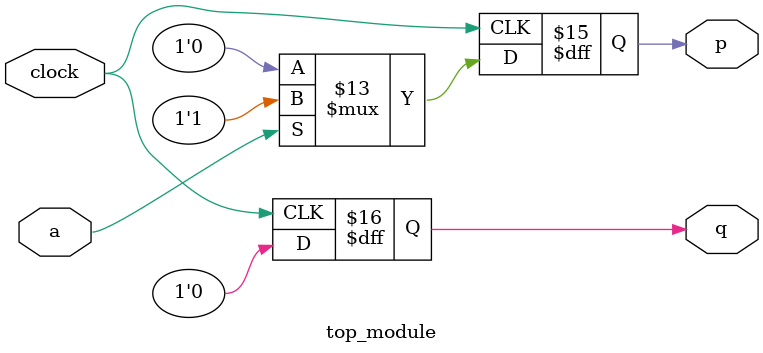
<source format=sv>
module top_module (
	input clock,
	input a, 
	output reg p,
	output reg q
);

always @(posedge clock) begin
    if (a) begin
        p <= 1'b1;
        q <= 1'b0;
    end else if (p) begin
        p <= 1'b0;
        q <= 1'b0;
    end else if (q) begin
        p <= 1'b0;
        q <= 1'b0;
    end else begin
        p <= 1'b0;
        q <= 1'b0;
    end
end

endmodule

</source>
